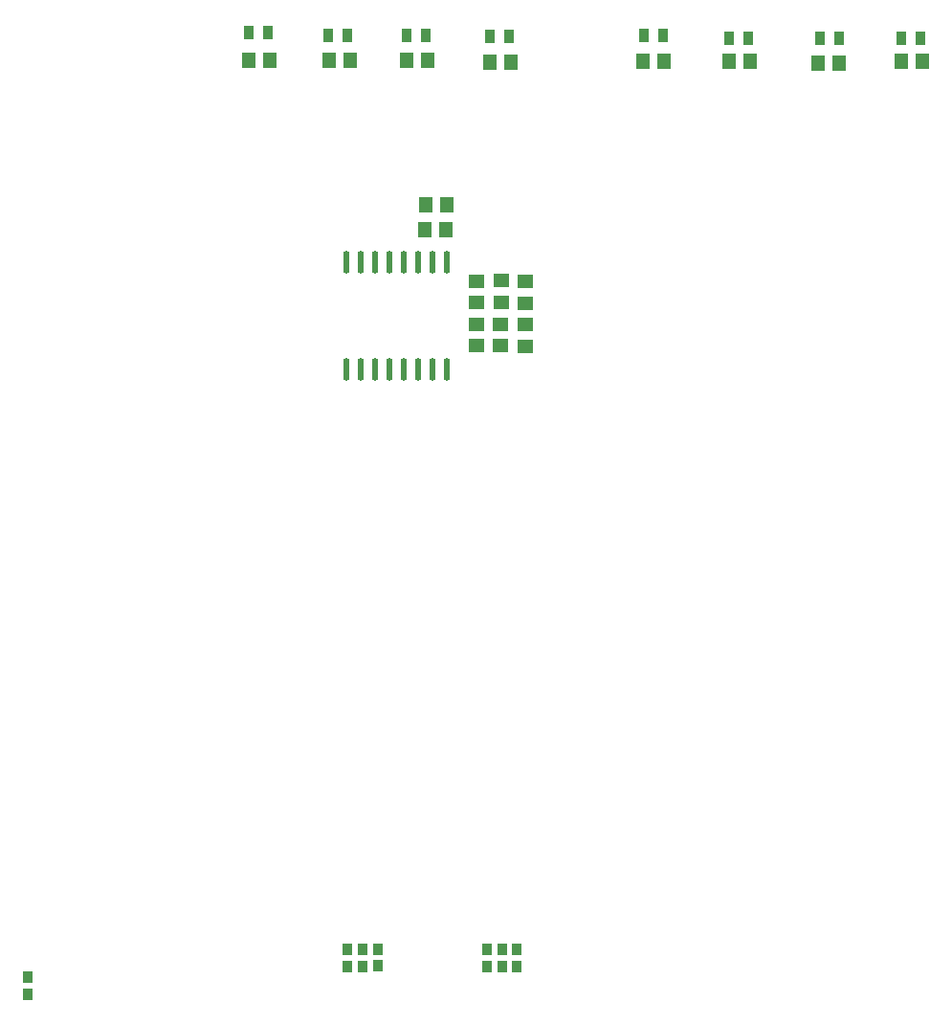
<source format=gbp>
G04*
G04 #@! TF.GenerationSoftware,Altium Limited,Altium Designer,21.9.2 (33)*
G04*
G04 Layer_Color=128*
%FSTAX24Y24*%
%MOIN*%
G70*
G04*
G04 #@! TF.SameCoordinates,8777FA3C-9CA2-4F10-8BE3-E232CA162E6C*
G04*
G04*
G04 #@! TF.FilePolarity,Positive*
G04*
G01*
G75*
%ADD22R,0.0374X0.0394*%
%ADD38R,0.0472X0.0551*%
G04:AMPARAMS|DCode=41|XSize=35.4mil|YSize=47.2mil|CornerRadius=3.5mil|HoleSize=0mil|Usage=FLASHONLY|Rotation=0.000|XOffset=0mil|YOffset=0mil|HoleType=Round|Shape=RoundedRectangle|*
%AMROUNDEDRECTD41*
21,1,0.0354,0.0402,0,0,0.0*
21,1,0.0283,0.0472,0,0,0.0*
1,1,0.0071,0.0142,-0.0201*
1,1,0.0071,-0.0142,-0.0201*
1,1,0.0071,-0.0142,0.0201*
1,1,0.0071,0.0142,0.0201*
%
%ADD41ROUNDEDRECTD41*%
%ADD43R,0.0551X0.0472*%
%ADD45O,0.0217X0.0800*%
D22*
X0225Y015075D02*
D03*
Y015665D02*
D03*
X02197Y015075D02*
D03*
Y015665D02*
D03*
X02304Y015085D02*
D03*
Y015675D02*
D03*
X027875Y015072D02*
D03*
Y015663D02*
D03*
X02736Y015065D02*
D03*
Y015655D02*
D03*
X02684Y01506D02*
D03*
Y015651D02*
D03*
X01085Y014105D02*
D03*
Y014695D02*
D03*
D38*
X024664Y040734D02*
D03*
X025412D02*
D03*
X024692Y041608D02*
D03*
X02544D02*
D03*
X033022Y046576D02*
D03*
X032274D02*
D03*
X036022D02*
D03*
X035274D02*
D03*
X039122Y046526D02*
D03*
X038374D02*
D03*
X042022Y046576D02*
D03*
X041274D02*
D03*
X021328Y046624D02*
D03*
X022076D02*
D03*
X024028D02*
D03*
X024776D02*
D03*
X026928Y046574D02*
D03*
X027676D02*
D03*
X018528Y046624D02*
D03*
X019276D02*
D03*
D41*
X032969Y0475D02*
D03*
X0323D02*
D03*
X03595Y0474D02*
D03*
X035281D02*
D03*
X0391D02*
D03*
X038431D02*
D03*
X04195D02*
D03*
X041281D02*
D03*
X024031Y0475D02*
D03*
X0247D02*
D03*
X0213D02*
D03*
X021969D02*
D03*
X026931Y04745D02*
D03*
X0276D02*
D03*
X018531Y0476D02*
D03*
X0192D02*
D03*
D43*
X027317Y036687D02*
D03*
Y037435D02*
D03*
X026487Y036677D02*
D03*
Y037425D02*
D03*
X02646Y038192D02*
D03*
Y03894D02*
D03*
X028164Y036674D02*
D03*
Y037422D02*
D03*
X02816Y038162D02*
D03*
Y03891D02*
D03*
X02734Y038202D02*
D03*
Y03895D02*
D03*
D45*
X025444Y035864D02*
D03*
X024944D02*
D03*
X024444D02*
D03*
X023944D02*
D03*
X023444D02*
D03*
X022944D02*
D03*
X022444D02*
D03*
X021944D02*
D03*
X025444Y039584D02*
D03*
X024944D02*
D03*
X024444D02*
D03*
X023944D02*
D03*
X023444D02*
D03*
X022944D02*
D03*
X022444D02*
D03*
X021944D02*
D03*
M02*

</source>
